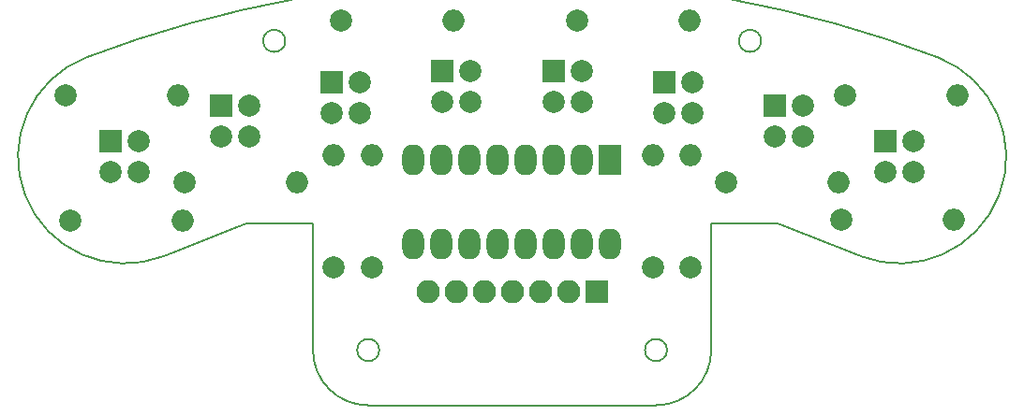
<source format=gts>
G04 #@! TF.FileFunction,Soldermask,Top*
%FSLAX46Y46*%
G04 Gerber Fmt 4.6, Leading zero omitted, Abs format (unit mm)*
G04 Created by KiCad (PCBNEW 4.0.7+dfsg1-1ubuntu2) date Wed Mar  6 00:01:27 2019*
%MOMM*%
%LPD*%
G01*
G04 APERTURE LIST*
%ADD10C,0.100000*%
%ADD11C,0.150000*%
%ADD12R,2.100000X2.100000*%
%ADD13O,2.100000X2.100000*%
%ADD14C,2.000000*%
%ADD15R,2.000000X2.000000*%
%ADD16O,2.000000X2.000000*%
%ADD17R,2.000000X2.800000*%
%ADD18O,2.000000X2.800000*%
G04 APERTURE END LIST*
D10*
D11*
X26000000Y16500000D02*
X18500000Y13500000D01*
X26000000Y16500000D02*
X32000000Y16500000D01*
X74000000Y16500000D02*
X68000000Y16500000D01*
X81500000Y13500000D02*
X74000000Y16500000D01*
X68000000Y16500000D02*
X68000000Y5000000D01*
X32000000Y16500000D02*
X32000000Y5000000D01*
X88500000Y31500001D02*
G75*
G03X11500000Y31500000I-38500000J-101000001D01*
G01*
X32000000Y5000000D02*
G75*
G03X37000000Y0I5000000J0D01*
G01*
X68000000Y5000000D02*
G75*
G02X63000000Y0I-5000000J0D01*
G01*
X37000000Y0D02*
X63000000Y0D01*
X64000000Y5000000D02*
G75*
G03X64000000Y5000000I-1000000J0D01*
G01*
X38000000Y5000000D02*
G75*
G03X38000000Y5000000I-1000000J0D01*
G01*
X18500000Y13500000D02*
G75*
G02X11500000Y31500000I-3500000J9000000D01*
G01*
X81500001Y13500000D02*
G75*
G03X88500000Y31500000I3499999J9000000D01*
G01*
X72500000Y33000000D02*
G75*
G03X72500000Y33000000I-1000000J0D01*
G01*
X29500000Y33000000D02*
G75*
G03X29500000Y33000000I-1000000J0D01*
G01*
D12*
X57620000Y10250000D03*
D13*
X55080000Y10250000D03*
X52540000Y10250000D03*
X50000000Y10250000D03*
X47460000Y10250000D03*
X44920000Y10250000D03*
X42380000Y10250000D03*
D14*
X33730000Y26450000D03*
X36270000Y26450000D03*
X36270000Y29250000D03*
D15*
X33730000Y29250000D03*
D14*
X63730000Y26450000D03*
X66270000Y26450000D03*
X66270000Y29250000D03*
D15*
X63730000Y29250000D03*
D14*
X55840000Y34800000D03*
D16*
X66000000Y34800000D03*
D14*
X53730000Y27500000D03*
X56270000Y27500000D03*
X56270000Y30300000D03*
D15*
X53730000Y30300000D03*
D14*
X43700000Y27500000D03*
X46240000Y27500000D03*
X46240000Y30300000D03*
D15*
X43700000Y30300000D03*
D14*
X34500000Y34800000D03*
D16*
X44660000Y34800000D03*
D14*
X13730000Y21150000D03*
X16270000Y21150000D03*
X16270000Y23950000D03*
D15*
X13730000Y23950000D03*
D14*
X23730000Y24370000D03*
X26270000Y24370000D03*
X26270000Y27170000D03*
D15*
X23730000Y27170000D03*
D14*
X9640000Y28100000D03*
D16*
X19800000Y28100000D03*
D14*
X62700000Y12500000D03*
D16*
X62700000Y22660000D03*
D14*
X10100000Y16700000D03*
D16*
X20260000Y16700000D03*
D14*
X20440000Y20200000D03*
D16*
X30600000Y20200000D03*
D14*
X33900000Y12500000D03*
D16*
X33900000Y22660000D03*
D14*
X37300000Y12500000D03*
D16*
X37300000Y22660000D03*
D14*
X66100000Y12500000D03*
D16*
X66100000Y22660000D03*
D14*
X80100000Y28100000D03*
D16*
X90260000Y28100000D03*
D14*
X69300000Y20200000D03*
D16*
X79460000Y20200000D03*
D14*
X79740000Y16800000D03*
D16*
X89900000Y16800000D03*
D14*
X73730000Y24370000D03*
X76270000Y24370000D03*
X76270000Y27170000D03*
D15*
X73730000Y27170000D03*
D14*
X83730000Y21150000D03*
X86270000Y21150000D03*
X86270000Y23950000D03*
D15*
X83730000Y23950000D03*
D17*
X58860000Y22200000D03*
D18*
X41080000Y14580000D03*
X56320000Y22200000D03*
X43620000Y14580000D03*
X53780000Y22200000D03*
X46160000Y14580000D03*
X51240000Y22200000D03*
X48700000Y14580000D03*
X48700000Y22200000D03*
X51240000Y14580000D03*
X46160000Y22200000D03*
X53780000Y14580000D03*
X43620000Y22200000D03*
X56320000Y14580000D03*
X41080000Y22200000D03*
X58860000Y14580000D03*
M02*

</source>
